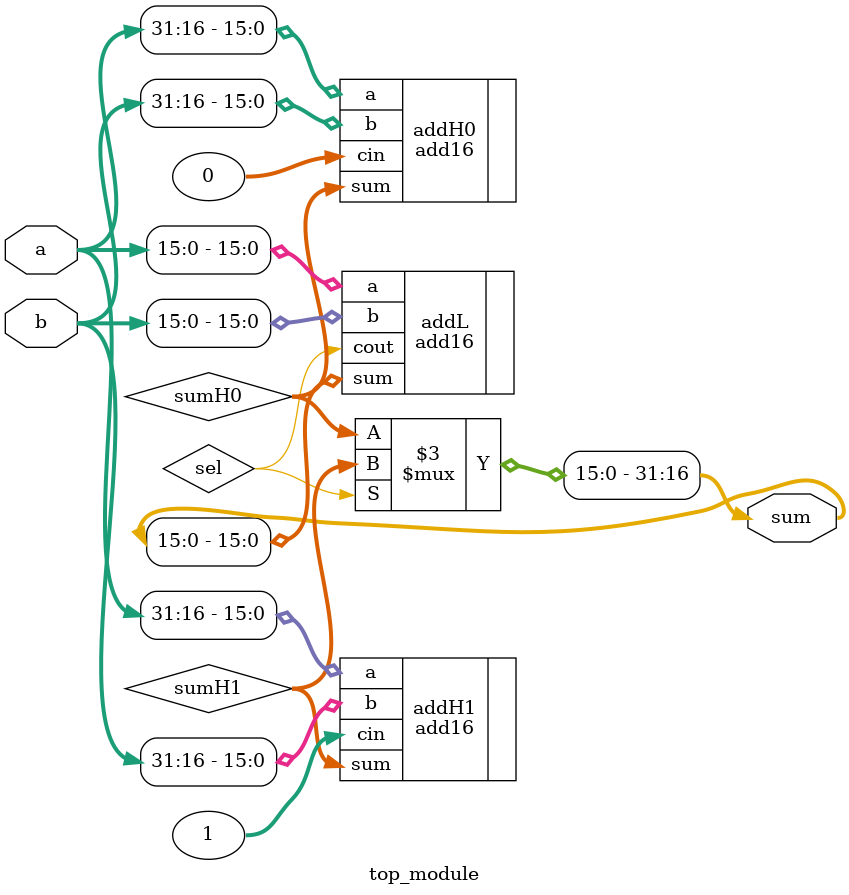
<source format=v>
/*
In this exercise, you are provided with the same module add16 as the previous exercise, 
which adds two 16-bit numbers with carry-in and produces a carry-out and 16-bit sum. You 
must instantiate three of these to build the carry-select adder, using your own 16-bit 2-to-1 
multiplexer.
*/
//问题关键词：两个16位全加器，构成32位超前进位加法器。

module top_module(
    input [31:0] a,
    input [31:0] b,
    output [31:0] sum
);
    wire sel;
    wire [15:0] sumH0, sumH1;
    
    add16 addL (.a(a[15:0]), .b(b[15:0]), .cout(sel), .sum(sum[15:0]) );
    add16 addH0 (.a(a[31:16]), .b(b[31:16]), .cin(0), .sum(sumH0) );
    add16 addH1 (.a(a[31:16]), .b(b[31:16]), .cin(1), .sum(sumH1) );
    
    assign sum[31:16] = (sel) ? sumH1 : sumH0;

endmodule


</source>
